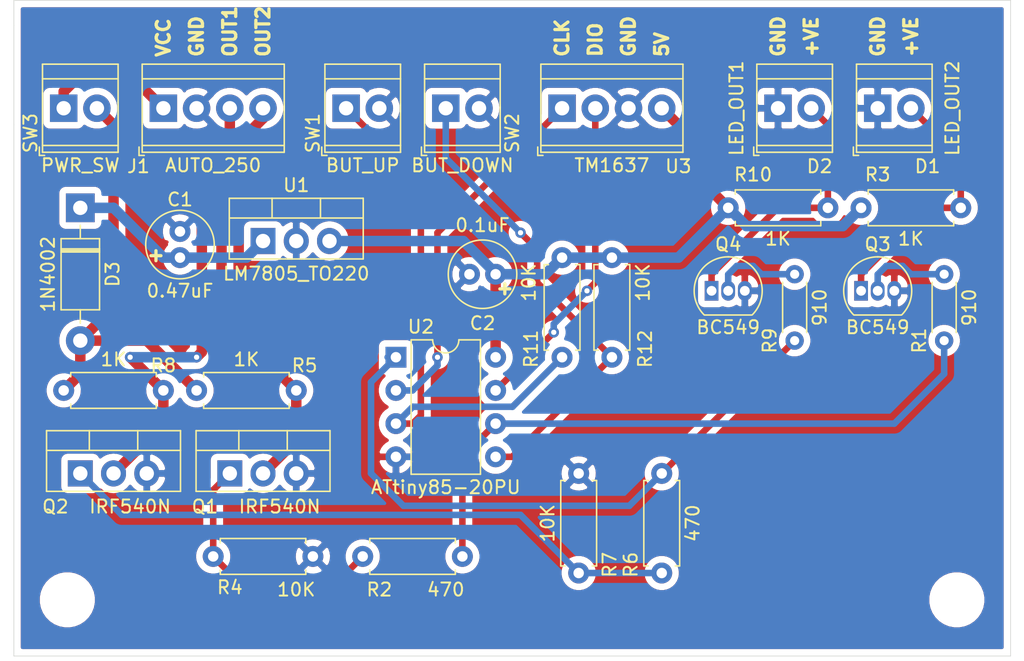
<source format=kicad_pcb>
(kicad_pcb (version 20171130) (host pcbnew 5.1.6-c6e7f7d~87~ubuntu18.04.1)
  (layers (0 F.Cu signal) (31 B.Cu signal) (34 B.Paste user) (35 F.Paste user) (36 B.SilkS user) (37 F.SilkS user) (38 B.Mask user) (39 F.Mask user) (44 Edge.Cuts user))
  (net 0 "")
  (net 1 GND)
  (net 2 +12V)
  (net 3 +5V)
  (net 4 "Net-(D1-Pad2)")
  (net 5 "Net-(D2-Pad2)")
  (net 6 OUT1)
  (net 7 OUT2)
  (net 8 "Net-(Q1-Pad1)")
  (net 9 "Net-(Q2-Pad1)")
  (net 10 DIO)
  (net 11 CLK)
  (net 12 "Net-(Q3-Pad2)")
  (net 13 "Net-(Q4-Pad2)")
  (net 14 OUT2_IO)
  (net 15 OUT1_IO)
  (net 16 BUTTON_UP)
  (net 17 BUTTON_DOWN)
  (net 18 "Net-(C1-Pad1)")
  (net 19 VCC)
  (module TerminalBlock_TE-Connectivity:TerminalBlock_TE_282834-2_1x02_P2.54mm_Horizontal (layer F.Cu) (at 45.72 72.39)
    (fp_text reference SW3 (at -2.54 1.905 90) (layer F.SilkS))
    (fp_text value PWR_SW (at 1.27 4.37) (layer F.SilkS))
    (fp_line (start -1.86 3.61) (end -1.46 3.61) (layer F.SilkS) (width 0.12))
    (fp_line (start -1.86 2.97) (end -1.86 3.61) (layer F.SilkS) (width 0.12))
    (fp_line (start 4.16 -3.37) (end 4.16 3.37) (layer F.SilkS) (width 0.12))
    (fp_line (start -1.62 -3.37) (end -1.62 3.37) (layer F.SilkS) (width 0.12))
    (fp_line (start -1.62 3.37) (end 4.16 3.37) (layer F.SilkS) (width 0.12))
    (fp_line (start -1.62 -3.37) (end 4.16 -3.37) (layer F.SilkS) (width 0.12))
    (fp_line (start -1.62 -2.25) (end 4.16 -2.25) (layer F.SilkS) (width 0.12))
    (fp_line (start -1.62 2.85) (end 4.16 2.85) (layer F.SilkS) (width 0.12))
    (pad 2 thru_hole circle (at 2.54 0) (size 2.1 2.1) (drill 1.1) (layers *.Cu *.Mask) (net 2 +12V))
    (pad 1 thru_hole rect (at 0 0) (size 2.1 2.1) (drill 1.1) (layers *.Cu *.Mask) (net 19 VCC))
  )
  (module TerminalBlock_TE-Connectivity:TerminalBlock_TE_282834-4_1x04_P2.54mm_Horizontal (layer F.Cu) (at 83.82 72.39)
    (fp_text reference U3 (at 8.89 4.445) (layer F.SilkS))
    (fp_text value TM1637 (at 3.81 4.37) (layer F.SilkS))
    (fp_line (start -1.86 3.61) (end -1.46 3.61) (layer F.SilkS) (width 0.12))
    (fp_line (start -1.86 2.97) (end -1.86 3.61) (layer F.SilkS) (width 0.12))
    (fp_line (start 9.241 -3.37) (end 9.241 3.37) (layer F.SilkS) (width 0.12))
    (fp_line (start -1.62 -3.37) (end -1.62 3.37) (layer F.SilkS) (width 0.12))
    (fp_line (start -1.62 3.37) (end 9.241 3.37) (layer F.SilkS) (width 0.12))
    (fp_line (start -1.62 -3.37) (end 9.241 -3.37) (layer F.SilkS) (width 0.12))
    (fp_line (start -1.62 -2.25) (end 9.241 -2.25) (layer F.SilkS) (width 0.12))
    (fp_line (start -1.62 2.85) (end 9.241 2.85) (layer F.SilkS) (width 0.12))
    (pad 4 thru_hole circle (at 7.62 0) (size 2.1 2.1) (drill 1.1) (layers *.Cu *.Mask) (net 3 +5V))
    (pad 3 thru_hole circle (at 5.08 0) (size 2.1 2.1) (drill 1.1) (layers *.Cu *.Mask) (net 1 GND))
    (pad 2 thru_hole circle (at 2.54 0) (size 2.1 2.1) (drill 1.1) (layers *.Cu *.Mask) (net 10 DIO))
    (pad 1 thru_hole rect (at 0 0) (size 2.1 2.1) (drill 1.1) (layers *.Cu *.Mask) (net 11 CLK))
  )
  (module Package_DIP:DIP-8_W7.62mm (layer F.Cu) (at 71.12 91.44)
    (fp_text reference U2 (at 1.905 -2.33) (layer F.SilkS))
    (fp_text value ATtiny85-20PU (at 3.81 9.95) (layer F.SilkS))
    (fp_line (start 6.46 -1.33) (end 4.81 -1.33) (layer F.SilkS) (width 0.12))
    (fp_line (start 6.46 8.95) (end 6.46 -1.33) (layer F.SilkS) (width 0.12))
    (fp_line (start 1.16 8.95) (end 6.46 8.95) (layer F.SilkS) (width 0.12))
    (fp_line (start 1.16 -1.33) (end 1.16 8.95) (layer F.SilkS) (width 0.12))
    (fp_line (start 2.81 -1.33) (end 1.16 -1.33) (layer F.SilkS) (width 0.12))
    (fp_arc (start 3.81 -1.33) (end 2.81 -1.33) (angle -180) (layer F.SilkS) (width 0.12))
    (pad 8 thru_hole oval (at 7.62 0) (size 1.6 1.6) (drill 0.8) (layers *.Cu *.Mask) (net 3 +5V))
    (pad 4 thru_hole oval (at 0 7.62) (size 1.6 1.6) (drill 0.8) (layers *.Cu *.Mask) (net 1 GND))
    (pad 7 thru_hole oval (at 7.62 2.54) (size 1.6 1.6) (drill 0.8) (layers *.Cu *.Mask) (net 10 DIO))
    (pad 3 thru_hole oval (at 0 5.08) (size 1.6 1.6) (drill 0.8) (layers *.Cu *.Mask) (net 16 BUTTON_UP))
    (pad 6 thru_hole oval (at 7.62 5.08) (size 1.6 1.6) (drill 0.8) (layers *.Cu *.Mask) (net 14 OUT2_IO))
    (pad 2 thru_hole oval (at 0 2.54) (size 1.6 1.6) (drill 0.8) (layers *.Cu *.Mask) (net 11 CLK))
    (pad 5 thru_hole oval (at 7.62 7.62) (size 1.6 1.6) (drill 0.8) (layers *.Cu *.Mask) (net 17 BUTTON_DOWN))
    (pad 1 thru_hole rect (at 0 0) (size 1.6 1.6) (drill 0.8) (layers *.Cu *.Mask) (net 15 OUT1_IO))
  )
  (module Package_TO_SOT_THT:TO-220-3_Vertical (layer F.Cu) (at 60.96 82.55)
    (fp_text reference U1 (at 2.54 -4.27) (layer F.SilkS))
    (fp_text value LM7805_TO220 (at 2.54 2.5) (layer F.SilkS))
    (fp_line (start 4.391 -3.27) (end 4.391 -1.76) (layer F.SilkS) (width 0.12))
    (fp_line (start 0.69 -3.27) (end 0.69 -1.76) (layer F.SilkS) (width 0.12))
    (fp_line (start -2.58 -1.76) (end 7.66 -1.76) (layer F.SilkS) (width 0.12))
    (fp_line (start 7.66 -3.27) (end 7.66 1.371) (layer F.SilkS) (width 0.12))
    (fp_line (start -2.58 -3.27) (end -2.58 1.371) (layer F.SilkS) (width 0.12))
    (fp_line (start -2.58 1.371) (end 7.66 1.371) (layer F.SilkS) (width 0.12))
    (fp_line (start -2.58 -3.27) (end 7.66 -3.27) (layer F.SilkS) (width 0.12))
    (pad 3 thru_hole oval (at 5.08 0) (size 1.905 2) (drill 1.1) (layers *.Cu *.Mask) (net 3 +5V))
    (pad 2 thru_hole oval (at 2.54 0) (size 1.905 2) (drill 1.1) (layers *.Cu *.Mask) (net 1 GND))
    (pad 1 thru_hole rect (at 0 0) (size 1.905 2) (drill 1.1) (layers *.Cu *.Mask) (net 18 "Net-(C1-Pad1)"))
  )
  (module TerminalBlock_TE-Connectivity:TerminalBlock_TE_282834-2_1x02_P2.54mm_Horizontal (layer F.Cu) (at 74.93 72.39)
    (fp_text reference SW2 (at 5.08 1.905 270) (layer F.SilkS))
    (fp_text value BUT_DOWN (at 1.27 4.37) (layer F.SilkS))
    (fp_line (start -1.86 3.61) (end -1.46 3.61) (layer F.SilkS) (width 0.12))
    (fp_line (start -1.86 2.97) (end -1.86 3.61) (layer F.SilkS) (width 0.12))
    (fp_line (start 4.16 -3.37) (end 4.16 3.37) (layer F.SilkS) (width 0.12))
    (fp_line (start -1.62 -3.37) (end -1.62 3.37) (layer F.SilkS) (width 0.12))
    (fp_line (start -1.62 3.37) (end 4.16 3.37) (layer F.SilkS) (width 0.12))
    (fp_line (start -1.62 -3.37) (end 4.16 -3.37) (layer F.SilkS) (width 0.12))
    (fp_line (start -1.62 -2.25) (end 4.16 -2.25) (layer F.SilkS) (width 0.12))
    (fp_line (start -1.62 2.85) (end 4.16 2.85) (layer F.SilkS) (width 0.12))
    (pad 2 thru_hole circle (at 2.54 0) (size 2.1 2.1) (drill 1.1) (layers *.Cu *.Mask) (net 1 GND))
    (pad 1 thru_hole rect (at 0 0) (size 2.1 2.1) (drill 1.1) (layers *.Cu *.Mask) (net 17 BUTTON_DOWN))
  )
  (module TerminalBlock_TE-Connectivity:TerminalBlock_TE_282834-2_1x02_P2.54mm_Horizontal (layer F.Cu) (at 67.31 72.39)
    (fp_text reference SW1 (at -2.54 1.905 90) (layer F.SilkS))
    (fp_text value BUT_UP (at 1.27 4.37) (layer F.SilkS))
    (fp_line (start -1.86 3.61) (end -1.46 3.61) (layer F.SilkS) (width 0.12))
    (fp_line (start -1.86 2.97) (end -1.86 3.61) (layer F.SilkS) (width 0.12))
    (fp_line (start 4.16 -3.37) (end 4.16 3.37) (layer F.SilkS) (width 0.12))
    (fp_line (start -1.62 -3.37) (end -1.62 3.37) (layer F.SilkS) (width 0.12))
    (fp_line (start -1.62 3.37) (end 4.16 3.37) (layer F.SilkS) (width 0.12))
    (fp_line (start -1.62 -3.37) (end 4.16 -3.37) (layer F.SilkS) (width 0.12))
    (fp_line (start -1.62 -2.25) (end 4.16 -2.25) (layer F.SilkS) (width 0.12))
    (fp_line (start -1.62 2.85) (end 4.16 2.85) (layer F.SilkS) (width 0.12))
    (pad 2 thru_hole circle (at 2.54 0) (size 2.1 2.1) (drill 1.1) (layers *.Cu *.Mask) (net 1 GND))
    (pad 1 thru_hole rect (at 0 0) (size 2.1 2.1) (drill 1.1) (layers *.Cu *.Mask) (net 16 BUTTON_UP))
  )
  (module Resistor_THT:R_Axial_DIN0207_L6.3mm_D2.5mm_P7.62mm_Horizontal (layer F.Cu) (at 87.63 91.44 90)
    (fp_text reference R12 (at 0.635 2.54 90) (layer F.SilkS))
    (fp_text value 10K (at 5.715 2.37 90) (layer F.SilkS))
    (fp_line (start 7.08 1.37) (end 7.08 1.04) (layer F.SilkS) (width 0.12))
    (fp_line (start 0.54 1.37) (end 7.08 1.37) (layer F.SilkS) (width 0.12))
    (fp_line (start 0.54 1.04) (end 0.54 1.37) (layer F.SilkS) (width 0.12))
    (fp_line (start 7.08 -1.37) (end 7.08 -1.04) (layer F.SilkS) (width 0.12))
    (fp_line (start 0.54 -1.37) (end 7.08 -1.37) (layer F.SilkS) (width 0.12))
    (fp_line (start 0.54 -1.04) (end 0.54 -1.37) (layer F.SilkS) (width 0.12))
    (pad 2 thru_hole oval (at 7.62 0 90) (size 1.6 1.6) (drill 0.8) (layers *.Cu *.Mask) (net 3 +5V))
    (pad 1 thru_hole circle (at 0 0 90) (size 1.6 1.6) (drill 0.8) (layers *.Cu *.Mask) (net 17 BUTTON_DOWN))
  )
  (module Resistor_THT:R_Axial_DIN0207_L6.3mm_D2.5mm_P7.62mm_Horizontal (layer F.Cu) (at 83.82 91.44 90)
    (fp_text reference R11 (at 0.635 -2.37 90) (layer F.SilkS))
    (fp_text value 10K (at 5.715 -2.54 90) (layer F.SilkS))
    (fp_line (start 7.08 1.37) (end 7.08 1.04) (layer F.SilkS) (width 0.12))
    (fp_line (start 0.54 1.37) (end 7.08 1.37) (layer F.SilkS) (width 0.12))
    (fp_line (start 0.54 1.04) (end 0.54 1.37) (layer F.SilkS) (width 0.12))
    (fp_line (start 7.08 -1.37) (end 7.08 -1.04) (layer F.SilkS) (width 0.12))
    (fp_line (start 0.54 -1.37) (end 7.08 -1.37) (layer F.SilkS) (width 0.12))
    (fp_line (start 0.54 -1.04) (end 0.54 -1.37) (layer F.SilkS) (width 0.12))
    (pad 2 thru_hole oval (at 7.62 0 90) (size 1.6 1.6) (drill 0.8) (layers *.Cu *.Mask) (net 3 +5V))
    (pad 1 thru_hole circle (at 0 0 90) (size 1.6 1.6) (drill 0.8) (layers *.Cu *.Mask) (net 16 BUTTON_UP))
  )
  (module Resistor_THT:R_Axial_DIN0207_L6.3mm_D2.5mm_P7.62mm_Horizontal (layer F.Cu) (at 96.52 80.01)
    (fp_text reference R10 (at 1.905 -2.54) (layer F.SilkS))
    (fp_text value 1K (at 3.81 2.37) (layer F.SilkS))
    (fp_line (start 7.08 1.37) (end 7.08 1.04) (layer F.SilkS) (width 0.12))
    (fp_line (start 0.54 1.37) (end 7.08 1.37) (layer F.SilkS) (width 0.12))
    (fp_line (start 0.54 1.04) (end 0.54 1.37) (layer F.SilkS) (width 0.12))
    (fp_line (start 7.08 -1.37) (end 7.08 -1.04) (layer F.SilkS) (width 0.12))
    (fp_line (start 0.54 -1.37) (end 7.08 -1.37) (layer F.SilkS) (width 0.12))
    (fp_line (start 0.54 -1.04) (end 0.54 -1.37) (layer F.SilkS) (width 0.12))
    (pad 2 thru_hole oval (at 7.62 0) (size 1.6 1.6) (drill 0.8) (layers *.Cu *.Mask) (net 5 "Net-(D2-Pad2)"))
    (pad 1 thru_hole circle (at 0 0) (size 1.6 1.6) (drill 0.8) (layers *.Cu *.Mask) (net 3 +5V))
  )
  (module Resistor_THT:R_Axial_DIN0204_L3.6mm_D1.6mm_P5.08mm_Horizontal (layer F.Cu) (at 101.6 90.17 90)
    (fp_text reference R9 (at 0 -1.905 90) (layer F.SilkS))
    (fp_text value 910 (at 2.54 1.92 90) (layer F.SilkS))
    (fp_line (start 0.62 0.92) (end 4.46 0.92) (layer F.SilkS) (width 0.12))
    (fp_line (start 0.62 -0.92) (end 4.46 -0.92) (layer F.SilkS) (width 0.12))
    (pad 2 thru_hole oval (at 5.08 0 90) (size 1.4 1.4) (drill 0.7) (layers *.Cu *.Mask) (net 13 "Net-(Q4-Pad2)"))
    (pad 1 thru_hole circle (at 0 0 90) (size 1.4 1.4) (drill 0.7) (layers *.Cu *.Mask) (net 15 OUT1_IO))
  )
  (module Resistor_THT:R_Axial_DIN0207_L6.3mm_D2.5mm_P7.62mm_Horizontal (layer F.Cu) (at 53.34 93.98 180)
    (fp_text reference R8 (at 0 1.905) (layer F.SilkS))
    (fp_text value 1K (at 3.81 2.37) (layer F.SilkS))
    (fp_line (start 7.08 1.37) (end 7.08 1.04) (layer F.SilkS) (width 0.12))
    (fp_line (start 0.54 1.37) (end 7.08 1.37) (layer F.SilkS) (width 0.12))
    (fp_line (start 0.54 1.04) (end 0.54 1.37) (layer F.SilkS) (width 0.12))
    (fp_line (start 7.08 -1.37) (end 7.08 -1.04) (layer F.SilkS) (width 0.12))
    (fp_line (start 0.54 -1.37) (end 7.08 -1.37) (layer F.SilkS) (width 0.12))
    (fp_line (start 0.54 -1.04) (end 0.54 -1.37) (layer F.SilkS) (width 0.12))
    (pad 2 thru_hole oval (at 7.62 0 180) (size 1.6 1.6) (drill 0.8) (layers *.Cu *.Mask) (net 2 +12V))
    (pad 1 thru_hole circle (at 0 0 180) (size 1.6 1.6) (drill 0.8) (layers *.Cu *.Mask) (net 6 OUT1))
  )
  (module Resistor_THT:R_Axial_DIN0207_L6.3mm_D2.5mm_P7.62mm_Horizontal (layer F.Cu) (at 85.09 100.33 270)
    (fp_text reference R7 (at 6.985 -2.37 90) (layer F.SilkS))
    (fp_text value 10K (at 3.81 2.37 90) (layer F.SilkS))
    (fp_line (start 7.08 1.37) (end 7.08 1.04) (layer F.SilkS) (width 0.12))
    (fp_line (start 0.54 1.37) (end 7.08 1.37) (layer F.SilkS) (width 0.12))
    (fp_line (start 0.54 1.04) (end 0.54 1.37) (layer F.SilkS) (width 0.12))
    (fp_line (start 7.08 -1.37) (end 7.08 -1.04) (layer F.SilkS) (width 0.12))
    (fp_line (start 0.54 -1.37) (end 7.08 -1.37) (layer F.SilkS) (width 0.12))
    (fp_line (start 0.54 -1.04) (end 0.54 -1.37) (layer F.SilkS) (width 0.12))
    (pad 2 thru_hole oval (at 7.62 0 270) (size 1.6 1.6) (drill 0.8) (layers *.Cu *.Mask) (net 9 "Net-(Q2-Pad1)"))
    (pad 1 thru_hole circle (at 0 0 270) (size 1.6 1.6) (drill 0.8) (layers *.Cu *.Mask) (net 1 GND))
  )
  (module Resistor_THT:R_Axial_DIN0207_L6.3mm_D2.5mm_P7.62mm_Horizontal (layer F.Cu) (at 91.44 107.95 90)
    (fp_text reference R6 (at 0.635 -2.37 90) (layer F.SilkS))
    (fp_text value 470 (at 3.81 2.37 90) (layer F.SilkS))
    (fp_line (start 7.08 1.37) (end 7.08 1.04) (layer F.SilkS) (width 0.12))
    (fp_line (start 0.54 1.37) (end 7.08 1.37) (layer F.SilkS) (width 0.12))
    (fp_line (start 0.54 1.04) (end 0.54 1.37) (layer F.SilkS) (width 0.12))
    (fp_line (start 7.08 -1.37) (end 7.08 -1.04) (layer F.SilkS) (width 0.12))
    (fp_line (start 0.54 -1.37) (end 7.08 -1.37) (layer F.SilkS) (width 0.12))
    (fp_line (start 0.54 -1.04) (end 0.54 -1.37) (layer F.SilkS) (width 0.12))
    (pad 2 thru_hole oval (at 7.62 0 90) (size 1.6 1.6) (drill 0.8) (layers *.Cu *.Mask) (net 15 OUT1_IO))
    (pad 1 thru_hole circle (at 0 0 90) (size 1.6 1.6) (drill 0.8) (layers *.Cu *.Mask) (net 9 "Net-(Q2-Pad1)"))
  )
  (module Resistor_THT:R_Axial_DIN0207_L6.3mm_D2.5mm_P7.62mm_Horizontal (layer F.Cu) (at 63.5 93.98 180)
    (fp_text reference R5 (at -0.635 1.905) (layer F.SilkS))
    (fp_text value 1K (at 3.81 2.37) (layer F.SilkS))
    (fp_line (start 7.08 1.37) (end 7.08 1.04) (layer F.SilkS) (width 0.12))
    (fp_line (start 0.54 1.37) (end 7.08 1.37) (layer F.SilkS) (width 0.12))
    (fp_line (start 0.54 1.04) (end 0.54 1.37) (layer F.SilkS) (width 0.12))
    (fp_line (start 7.08 -1.37) (end 7.08 -1.04) (layer F.SilkS) (width 0.12))
    (fp_line (start 0.54 -1.37) (end 7.08 -1.37) (layer F.SilkS) (width 0.12))
    (fp_line (start 0.54 -1.04) (end 0.54 -1.37) (layer F.SilkS) (width 0.12))
    (pad 2 thru_hole oval (at 7.62 0 180) (size 1.6 1.6) (drill 0.8) (layers *.Cu *.Mask) (net 2 +12V))
    (pad 1 thru_hole circle (at 0 0 180) (size 1.6 1.6) (drill 0.8) (layers *.Cu *.Mask) (net 7 OUT2))
  )
  (module Resistor_THT:R_Axial_DIN0207_L6.3mm_D2.5mm_P7.62mm_Horizontal (layer F.Cu) (at 64.77 106.68 180)
    (fp_text reference R4 (at 6.35 -2.37) (layer F.SilkS))
    (fp_text value 10K (at 1.27 -2.54) (layer F.SilkS))
    (fp_line (start 7.08 1.37) (end 7.08 1.04) (layer F.SilkS) (width 0.12))
    (fp_line (start 0.54 1.37) (end 7.08 1.37) (layer F.SilkS) (width 0.12))
    (fp_line (start 0.54 1.04) (end 0.54 1.37) (layer F.SilkS) (width 0.12))
    (fp_line (start 7.08 -1.37) (end 7.08 -1.04) (layer F.SilkS) (width 0.12))
    (fp_line (start 0.54 -1.37) (end 7.08 -1.37) (layer F.SilkS) (width 0.12))
    (fp_line (start 0.54 -1.04) (end 0.54 -1.37) (layer F.SilkS) (width 0.12))
    (pad 2 thru_hole oval (at 7.62 0 180) (size 1.6 1.6) (drill 0.8) (layers *.Cu *.Mask) (net 8 "Net-(Q1-Pad1)"))
    (pad 1 thru_hole circle (at 0 0 180) (size 1.6 1.6) (drill 0.8) (layers *.Cu *.Mask) (net 1 GND))
  )
  (module Resistor_THT:R_Axial_DIN0207_L6.3mm_D2.5mm_P7.62mm_Horizontal (layer F.Cu) (at 106.68 80.01)
    (fp_text reference R3 (at 1.27 -2.54) (layer F.SilkS))
    (fp_text value 1K (at 3.81 2.37) (layer F.SilkS))
    (fp_line (start 7.08 1.37) (end 7.08 1.04) (layer F.SilkS) (width 0.12))
    (fp_line (start 0.54 1.37) (end 7.08 1.37) (layer F.SilkS) (width 0.12))
    (fp_line (start 0.54 1.04) (end 0.54 1.37) (layer F.SilkS) (width 0.12))
    (fp_line (start 7.08 -1.37) (end 7.08 -1.04) (layer F.SilkS) (width 0.12))
    (fp_line (start 0.54 -1.37) (end 7.08 -1.37) (layer F.SilkS) (width 0.12))
    (fp_line (start 0.54 -1.04) (end 0.54 -1.37) (layer F.SilkS) (width 0.12))
    (pad 2 thru_hole oval (at 7.62 0) (size 1.6 1.6) (drill 0.8) (layers *.Cu *.Mask) (net 4 "Net-(D1-Pad2)"))
    (pad 1 thru_hole circle (at 0 0) (size 1.6 1.6) (drill 0.8) (layers *.Cu *.Mask) (net 3 +5V))
  )
  (module Resistor_THT:R_Axial_DIN0207_L6.3mm_D2.5mm_P7.62mm_Horizontal (layer F.Cu) (at 68.58 106.68)
    (fp_text reference R2 (at 1.27 2.54) (layer F.SilkS))
    (fp_text value 470 (at 6.35 2.54) (layer F.SilkS))
    (fp_line (start 7.08 1.37) (end 7.08 1.04) (layer F.SilkS) (width 0.12))
    (fp_line (start 0.54 1.37) (end 7.08 1.37) (layer F.SilkS) (width 0.12))
    (fp_line (start 0.54 1.04) (end 0.54 1.37) (layer F.SilkS) (width 0.12))
    (fp_line (start 7.08 -1.37) (end 7.08 -1.04) (layer F.SilkS) (width 0.12))
    (fp_line (start 0.54 -1.37) (end 7.08 -1.37) (layer F.SilkS) (width 0.12))
    (fp_line (start 0.54 -1.04) (end 0.54 -1.37) (layer F.SilkS) (width 0.12))
    (pad 2 thru_hole oval (at 7.62 0) (size 1.6 1.6) (drill 0.8) (layers *.Cu *.Mask) (net 14 OUT2_IO))
    (pad 1 thru_hole circle (at 0 0) (size 1.6 1.6) (drill 0.8) (layers *.Cu *.Mask) (net 8 "Net-(Q1-Pad1)"))
  )
  (module Resistor_THT:R_Axial_DIN0204_L3.6mm_D1.6mm_P5.08mm_Horizontal (layer F.Cu) (at 113.03 90.17 90)
    (fp_text reference R1 (at 0 -1.905 270) (layer F.SilkS))
    (fp_text value 910 (at 2.54 1.92 90) (layer F.SilkS))
    (fp_line (start 0.62 0.92) (end 4.46 0.92) (layer F.SilkS) (width 0.12))
    (fp_line (start 0.62 -0.92) (end 4.46 -0.92) (layer F.SilkS) (width 0.12))
    (pad 2 thru_hole oval (at 5.08 0 90) (size 1.4 1.4) (drill 0.7) (layers *.Cu *.Mask) (net 12 "Net-(Q3-Pad2)"))
    (pad 1 thru_hole circle (at 0 0 90) (size 1.4 1.4) (drill 0.7) (layers *.Cu *.Mask) (net 14 OUT2_IO))
  )
  (module Package_TO_SOT_THT:TO-92_Inline (layer F.Cu) (at 95.25 86.36)
    (fp_text reference Q4 (at 1.27 -3.56) (layer F.SilkS))
    (fp_text value BC549 (at 1.27 2.79) (layer F.SilkS))
    (fp_line (start -0.53 1.85) (end 3.07 1.85) (layer F.SilkS) (width 0.12))
    (fp_arc (start 1.27 0) (end 1.27 -2.6) (angle 135) (layer F.SilkS) (width 0.12))
    (fp_arc (start 1.27 0) (end 1.27 -2.6) (angle -135) (layer F.SilkS) (width 0.12))
    (pad 1 thru_hole rect (at 0 0) (size 1.05 1.5) (drill 0.75) (layers *.Cu *.Mask) (net 5 "Net-(D2-Pad2)"))
    (pad 3 thru_hole oval (at 2.54 0) (size 1.05 1.5) (drill 0.75) (layers *.Cu *.Mask) (net 1 GND))
    (pad 2 thru_hole oval (at 1.27 0) (size 1.05 1.5) (drill 0.75) (layers *.Cu *.Mask) (net 13 "Net-(Q4-Pad2)"))
  )
  (module Package_TO_SOT_THT:TO-92_Inline (layer F.Cu) (at 106.68 86.36)
    (fp_text reference Q3 (at 1.27 -3.56) (layer F.SilkS))
    (fp_text value BC549 (at 1.27 2.79) (layer F.SilkS))
    (fp_line (start -0.53 1.85) (end 3.07 1.85) (layer F.SilkS) (width 0.12))
    (fp_arc (start 1.27 0) (end 1.27 -2.6) (angle 135) (layer F.SilkS) (width 0.12))
    (fp_arc (start 1.27 0) (end 1.27 -2.6) (angle -135) (layer F.SilkS) (width 0.12))
    (pad 1 thru_hole rect (at 0 0) (size 1.05 1.5) (drill 0.75) (layers *.Cu *.Mask) (net 4 "Net-(D1-Pad2)"))
    (pad 3 thru_hole oval (at 2.54 0) (size 1.05 1.5) (drill 0.75) (layers *.Cu *.Mask) (net 1 GND))
    (pad 2 thru_hole oval (at 1.27 0) (size 1.05 1.5) (drill 0.75) (layers *.Cu *.Mask) (net 12 "Net-(Q3-Pad2)"))
  )
  (module Package_TO_SOT_THT:TO-220-3_Vertical (layer F.Cu) (at 46.99 100.33)
    (fp_text reference Q2 (at -1.905 2.54) (layer F.SilkS))
    (fp_text value IRF540N (at 3.81 2.54) (layer F.SilkS))
    (fp_line (start 4.391 -3.27) (end 4.391 -1.76) (layer F.SilkS) (width 0.12))
    (fp_line (start 0.69 -3.27) (end 0.69 -1.76) (layer F.SilkS) (width 0.12))
    (fp_line (start -2.58 -1.76) (end 7.66 -1.76) (layer F.SilkS) (width 0.12))
    (fp_line (start 7.66 -3.27) (end 7.66 1.371) (layer F.SilkS) (width 0.12))
    (fp_line (start -2.58 -3.27) (end -2.58 1.371) (layer F.SilkS) (width 0.12))
    (fp_line (start -2.58 1.371) (end 7.66 1.371) (layer F.SilkS) (width 0.12))
    (fp_line (start -2.58 -3.27) (end 7.66 -3.27) (layer F.SilkS) (width 0.12))
    (pad 3 thru_hole oval (at 5.08 0) (size 1.905 2) (drill 1.1) (layers *.Cu *.Mask) (net 1 GND))
    (pad 2 thru_hole oval (at 2.54 0) (size 1.905 2) (drill 1.1) (layers *.Cu *.Mask) (net 6 OUT1))
    (pad 1 thru_hole rect (at 0 0) (size 1.905 2) (drill 1.1) (layers *.Cu *.Mask) (net 9 "Net-(Q2-Pad1)"))
  )
  (module Package_TO_SOT_THT:TO-220-3_Vertical (layer F.Cu) (at 58.42 100.33)
    (fp_text reference Q1 (at -1.905 2.54) (layer F.SilkS))
    (fp_text value IRF540N (at 3.81 2.54) (layer F.SilkS))
    (fp_line (start 4.391 -3.27) (end 4.391 -1.76) (layer F.SilkS) (width 0.12))
    (fp_line (start 0.69 -3.27) (end 0.69 -1.76) (layer F.SilkS) (width 0.12))
    (fp_line (start -2.58 -1.76) (end 7.66 -1.76) (layer F.SilkS) (width 0.12))
    (fp_line (start 7.66 -3.27) (end 7.66 1.371) (layer F.SilkS) (width 0.12))
    (fp_line (start -2.58 -3.27) (end -2.58 1.371) (layer F.SilkS) (width 0.12))
    (fp_line (start -2.58 1.371) (end 7.66 1.371) (layer F.SilkS) (width 0.12))
    (fp_line (start -2.58 -3.27) (end 7.66 -3.27) (layer F.SilkS) (width 0.12))
    (pad 3 thru_hole oval (at 5.08 0) (size 1.905 2) (drill 1.1) (layers *.Cu *.Mask) (net 1 GND))
    (pad 2 thru_hole oval (at 2.54 0) (size 1.905 2) (drill 1.1) (layers *.Cu *.Mask) (net 7 OUT2))
    (pad 1 thru_hole rect (at 0 0) (size 1.905 2) (drill 1.1) (layers *.Cu *.Mask) (net 8 "Net-(Q1-Pad1)"))
  )
  (module TerminalBlock_TE-Connectivity:TerminalBlock_TE_282834-4_1x04_P2.54mm_Horizontal (layer F.Cu) (at 53.34 72.39)
    (fp_text reference J1 (at -1.905 4.445) (layer F.SilkS))
    (fp_text value AUTO_250 (at 3.81 4.37) (layer F.SilkS))
    (fp_line (start -1.86 3.61) (end -1.46 3.61) (layer F.SilkS) (width 0.12))
    (fp_line (start -1.86 2.97) (end -1.86 3.61) (layer F.SilkS) (width 0.12))
    (fp_line (start 9.241 -3.37) (end 9.241 3.37) (layer F.SilkS) (width 0.12))
    (fp_line (start -1.62 -3.37) (end -1.62 3.37) (layer F.SilkS) (width 0.12))
    (fp_line (start -1.62 3.37) (end 9.241 3.37) (layer F.SilkS) (width 0.12))
    (fp_line (start -1.62 -3.37) (end 9.241 -3.37) (layer F.SilkS) (width 0.12))
    (fp_line (start -1.62 -2.25) (end 9.241 -2.25) (layer F.SilkS) (width 0.12))
    (fp_line (start -1.62 2.85) (end 9.241 2.85) (layer F.SilkS) (width 0.12))
    (pad 4 thru_hole circle (at 7.62 0) (size 2.1 2.1) (drill 1.1) (layers *.Cu *.Mask) (net 7 OUT2))
    (pad 3 thru_hole circle (at 5.08 0) (size 2.1 2.1) (drill 1.1) (layers *.Cu *.Mask) (net 6 OUT1))
    (pad 2 thru_hole circle (at 2.54 0) (size 2.1 2.1) (drill 1.1) (layers *.Cu *.Mask) (net 1 GND))
    (pad 1 thru_hole rect (at 0 0) (size 2.1 2.1) (drill 1.1) (layers *.Cu *.Mask) (net 19 VCC))
  )
  (module MountingHole:MountingHole_3.2mm_M3_ISO7380 (layer F.Cu) (at 114 110)
    (fp_text reference H2 hide)
    (fp_text value MountingHole)
    (pad 1 np_thru_hole circle (at 0 0) (size 3.2 3.2) (drill 3.2) (layers *.Cu *.Mask))
  )
  (module MountingHole:MountingHole_3.2mm_M3_ISO7380 (layer F.Cu) (at 46 110)
    (fp_text reference H1 hide)
    (fp_text value MountingHole)
    (pad 1 np_thru_hole circle (at 0 0) (size 3.2 3.2) (drill 3.2) (layers *.Cu *.Mask))
  )
  (module Diode_THT:D_DO-41_SOD81_P10.16mm_Horizontal (layer F.Cu) (at 46.99 80.01 270)
    (fp_text reference D3 (at 5.08 -2.47 90) (layer F.SilkS))
    (fp_text value 1N4002 (at 5.08 2.47 90) (layer F.SilkS))
    (fp_line (start 3.14 -1.47) (end 3.14 1.47) (layer F.SilkS) (width 0.12))
    (fp_line (start 3.38 -1.47) (end 3.38 1.47) (layer F.SilkS) (width 0.12))
    (fp_line (start 3.26 -1.47) (end 3.26 1.47) (layer F.SilkS) (width 0.12))
    (fp_line (start 8.82 0) (end 7.8 0) (layer F.SilkS) (width 0.12))
    (fp_line (start 1.34 0) (end 2.36 0) (layer F.SilkS) (width 0.12))
    (fp_line (start 7.8 -1.47) (end 2.36 -1.47) (layer F.SilkS) (width 0.12))
    (fp_line (start 7.8 1.47) (end 7.8 -1.47) (layer F.SilkS) (width 0.12))
    (fp_line (start 2.36 1.47) (end 7.8 1.47) (layer F.SilkS) (width 0.12))
    (fp_line (start 2.36 -1.47) (end 2.36 1.47) (layer F.SilkS) (width 0.12))
    (pad 2 thru_hole oval (at 10.16 0 270) (size 2.2 2.2) (drill 1.1) (layers *.Cu *.Mask) (net 2 +12V))
    (pad 1 thru_hole rect (at 0 0 270) (size 2.2 2.2) (drill 1.1) (layers *.Cu *.Mask) (net 18 "Net-(C1-Pad1)"))
  )
  (module TerminalBlock_TE-Connectivity:TerminalBlock_TE_282834-2_1x02_P2.54mm_Horizontal (layer F.Cu) (at 100.33 72.39)
    (fp_text reference D2 (at 3.175 4.445) (layer F.SilkS))
    (fp_text value LED_OUT1 (at -3.175 0 90) (layer F.SilkS))
    (fp_line (start -1.86 3.61) (end -1.46 3.61) (layer F.SilkS) (width 0.12))
    (fp_line (start -1.86 2.97) (end -1.86 3.61) (layer F.SilkS) (width 0.12))
    (fp_line (start 4.16 -3.37) (end 4.16 3.37) (layer F.SilkS) (width 0.12))
    (fp_line (start -1.62 -3.37) (end -1.62 3.37) (layer F.SilkS) (width 0.12))
    (fp_line (start -1.62 3.37) (end 4.16 3.37) (layer F.SilkS) (width 0.12))
    (fp_line (start -1.62 -3.37) (end 4.16 -3.37) (layer F.SilkS) (width 0.12))
    (fp_line (start -1.62 -2.25) (end 4.16 -2.25) (layer F.SilkS) (width 0.12))
    (fp_line (start -1.62 2.85) (end 4.16 2.85) (layer F.SilkS) (width 0.12))
    (pad 2 thru_hole circle (at 2.54 0) (size 2.1 2.1) (drill 1.1) (layers *.Cu *.Mask) (net 5 "Net-(D2-Pad2)"))
    (pad 1 thru_hole rect (at 0 0) (size 2.1 2.1) (drill 1.1) (layers *.Cu *.Mask) (net 1 GND))
  )
  (module TerminalBlock_TE-Connectivity:TerminalBlock_TE_282834-2_1x02_P2.54mm_Horizontal (layer F.Cu) (at 107.95 72.39)
    (fp_text reference D1 (at 3.81 4.445) (layer F.SilkS))
    (fp_text value LED_OUT2 (at 5.715 0 90) (layer F.SilkS))
    (fp_line (start -1.86 3.61) (end -1.46 3.61) (layer F.SilkS) (width 0.12))
    (fp_line (start -1.86 2.97) (end -1.86 3.61) (layer F.SilkS) (width 0.12))
    (fp_line (start 4.16 -3.37) (end 4.16 3.37) (layer F.SilkS) (width 0.12))
    (fp_line (start -1.62 -3.37) (end -1.62 3.37) (layer F.SilkS) (width 0.12))
    (fp_line (start -1.62 3.37) (end 4.16 3.37) (layer F.SilkS) (width 0.12))
    (fp_line (start -1.62 -3.37) (end 4.16 -3.37) (layer F.SilkS) (width 0.12))
    (fp_line (start -1.62 -2.25) (end 4.16 -2.25) (layer F.SilkS) (width 0.12))
    (fp_line (start -1.62 2.85) (end 4.16 2.85) (layer F.SilkS) (width 0.12))
    (pad 2 thru_hole circle (at 2.54 0) (size 2.1 2.1) (drill 1.1) (layers *.Cu *.Mask) (net 4 "Net-(D1-Pad2)"))
    (pad 1 thru_hole rect (at 0 0) (size 2.1 2.1) (drill 1.1) (layers *.Cu *.Mask) (net 1 GND))
  )
  (module Capacitor_THT:C_Radial_D5.0mm_H11.0mm_P2.00mm (layer F.Cu) (at 78.74 85.09 180)
    (fp_text reference C2 (at 1 -3.75) (layer F.SilkS))
    (fp_text value 0.1uF (at 1 3.75) (layer F.SilkS))
    (fp_circle (center 1 0) (end 3.62 0) (layer F.SilkS) (width 0.12))
    (pad 2 thru_hole circle (at 2 0 180) (size 1.6 1.6) (drill 0.8) (layers *.Cu *.Mask) (net 1 GND))
    (pad 1 thru_hole circle (at 0 0 180) (size 1.6 1.6) (drill 0.8) (layers *.Cu *.Mask) (net 3 +5V))
  )
  (module Capacitor_THT:C_Radial_D5.0mm_H11.0mm_P2.00mm (layer F.Cu) (at 54.61 83.82 90)
    (fp_text reference C1 (at 4.445 0 180) (layer F.SilkS))
    (fp_text value 0.47uF (at -2.54 0 180) (layer F.SilkS))
    (fp_circle (center 1 0) (end 3.62 0) (layer F.SilkS) (width 0.12))
    (pad 2 thru_hole circle (at 2 0 90) (size 1.6 1.6) (drill 0.8) (layers *.Cu *.Mask) (net 1 GND))
    (pad 1 thru_hole circle (at 0 0 90) (size 1.6 1.6) (drill 0.8) (layers *.Cu *.Mask) (net 18 "Net-(C1-Pad1)"))
  )
  (gr_text + (at 79.375 86.995 90) (layer F.SilkS) (effects (font (size 1 1) (thickness 0.25)) (justify left)))
  (gr_text + (at 52.705 84.455 90) (layer F.SilkS) (effects (font (size 1 1) (thickness 0.25)) (justify left)))
  (gr_line (start 118.11 64.135) (end 118.11 66.04) (layer Edge.Cuts) (width 0.05))
  (gr_line (start 41.91 64.135) (end 118.11 64.135) (layer Edge.Cuts) (width 0.05))
  (gr_line (start 41.91 66.04) (end 41.91 64.135) (layer Edge.Cuts) (width 0.05))
  (gr_text +VE (at 110.49 68.58 90) (layer F.SilkS) (effects (font (size 1 1) (thickness 0.25)) (justify left)))
  (gr_text GND (at 107.95 68.58 90) (layer F.SilkS) (effects (font (size 1 1) (thickness 0.25)) (justify left)))
  (gr_text +VE (at 102.87 68.58 90) (layer F.SilkS) (effects (font (size 1 1) (thickness 0.25)) (justify left)))
  (gr_text GND (at 100.33 68.58 90) (layer F.SilkS) (effects (font (size 1 1) (thickness 0.25)) (justify left)))
  (gr_text 5V (at 91.44 68.58 90) (layer F.SilkS) (effects (font (size 1 1) (thickness 0.25)) (justify left)))
  (gr_text GND (at 88.9 68.58 90) (layer F.SilkS) (effects (font (size 1 1) (thickness 0.25)) (justify left)))
  (gr_text DIO (at 86.36 68.58 90) (layer F.SilkS) (effects (font (size 1 1) (thickness 0.25)) (justify left)))
  (gr_text CLK (at 83.82 68.58 90) (layer F.SilkS) (effects (font (size 1 1) (thickness 0.25)) (justify left)))
  (gr_text OUT2 (at 60.96 68.58 90) (layer F.SilkS) (effects (font (size 1 1) (thickness 0.25)) (justify left)))
  (gr_text OUT1 (at 58.42 68.58 90) (layer F.SilkS) (effects (font (size 1 1) (thickness 0.25)) (justify left)))
  (gr_text GND (at 55.88 68.58 90) (layer F.SilkS) (effects (font (size 1 1) (thickness 0.25)) (justify left)))
  (gr_text VCC (at 53.34 68.58 90) (layer F.SilkS) (effects (font (size 1 1) (thickness 0.25)) (justify left)))
  (gr_line (start 118.11 73.66) (end 118.11 66.04) (layer Edge.Cuts) (width 0.05))
  (gr_line (start 41.91 73.66) (end 41.91 66.04) (layer Edge.Cuts) (width 0.05))
  (gr_line (start 118.11 114.3) (end 41.91 114.3) (layer Edge.Cuts) (width 0.05))
  (gr_line (start 118.11 73.66) (end 118.11 114.3) (layer Edge.Cuts) (width 0.05))
  (gr_line (start 41.91 114.3) (end 41.91 73.66) (layer Edge.Cuts) (width 0.05))
  (segment (start 48.26 72.39) (end 49.53 73.66) (width 0.8) (layer F.Cu) (net 2))
  (segment (start 49.53 87.63) (end 46.99 90.17) (width 0.8) (layer F.Cu) (net 2))
  (segment (start 49.53 73.66) (end 49.53 87.63) (width 0.8) (layer F.Cu) (net 2))
  (segment (start 46.99 92.71) (end 45.72 93.98) (width 0.8) (layer F.Cu) (net 2))
  (segment (start 46.99 90.17) (end 46.99 92.71) (width 0.8) (layer F.Cu) (net 2))
  (segment (start 52.07 90.17) (end 46.99 90.17) (width 0.8) (layer F.Cu) (net 2))
  (segment (start 55.88 93.98) (end 52.07 90.17) (width 0.8) (layer F.Cu) (net 2))
  (segment (start 78.74 85.017998) (end 78.74 85.09) (width 0.8) (layer B.Cu) (net 3))
  (segment (start 76.272002 82.55) (end 78.74 85.017998) (width 0.8) (layer B.Cu) (net 3))
  (segment (start 66.04 82.55) (end 76.272002 82.55) (width 0.8) (layer B.Cu) (net 3))
  (segment (start 82.55 85.09) (end 83.82 83.82) (width 0.8) (layer B.Cu) (net 3))
  (segment (start 78.74 85.09) (end 82.55 85.09) (width 0.8) (layer B.Cu) (net 3))
  (segment (start 83.82 83.82) (end 87.63 83.82) (width 0.8) (layer B.Cu) (net 3))
  (segment (start 92.71 83.82) (end 96.52 80.01) (width 0.8) (layer B.Cu) (net 3))
  (segment (start 87.63 83.82) (end 92.71 83.82) (width 0.8) (layer B.Cu) (net 3))
  (segment (start 105.279999 81.410001) (end 106.68 80.01) (width 0.8) (layer B.Cu) (net 3))
  (segment (start 97.920001 81.410001) (end 105.279999 81.410001) (width 0.8) (layer B.Cu) (net 3))
  (segment (start 96.52 80.01) (end 97.920001 81.410001) (width 0.8) (layer B.Cu) (net 3))
  (segment (start 91.44 72.39) (end 95.25 76.2) (width 0.8) (layer F.Cu) (net 3))
  (segment (start 95.25 78.74) (end 96.52 80.01) (width 0.8) (layer F.Cu) (net 3))
  (segment (start 95.25 76.2) (end 95.25 78.74) (width 0.8) (layer F.Cu) (net 3))
  (segment (start 78.74 91.44) (end 78.74 85.09) (width 0.8) (layer F.Cu) (net 3))
  (segment (start 106.68 86.36) (end 106.68 85.09) (width 0.5) (layer F.Cu) (net 4))
  (segment (start 111.76 80.01) (end 114.3 80.01) (width 0.5) (layer F.Cu) (net 4))
  (segment (start 106.68 85.09) (end 111.76 80.01) (width 0.5) (layer F.Cu) (net 4))
  (segment (start 114.3 76.2) (end 110.49 72.39) (width 0.5) (layer F.Cu) (net 4))
  (segment (start 114.3 80.01) (end 114.3 76.2) (width 0.5) (layer F.Cu) (net 4))
  (segment (start 95.25 86.36) (end 95.25 85.09) (width 0.5) (layer F.Cu) (net 5))
  (segment (start 100.33 80.01) (end 104.14 80.01) (width 0.5) (layer F.Cu) (net 5))
  (segment (start 95.25 85.09) (end 100.33 80.01) (width 0.5) (layer F.Cu) (net 5))
  (segment (start 104.14 73.66) (end 102.87 72.39) (width 0.5) (layer F.Cu) (net 5))
  (segment (start 104.14 80.01) (end 104.14 73.66) (width 0.5) (layer F.Cu) (net 5))
  (segment (start 53.34 96.52) (end 49.53 100.33) (width 0.8) (layer F.Cu) (net 6))
  (segment (start 53.34 93.98) (end 53.34 96.52) (width 0.8) (layer F.Cu) (net 6))
  (via (at 50.8 91.44) (size 0.8) (drill 0.4) (layers F.Cu B.Cu) (net 6))
  (segment (start 53.34 93.98) (end 50.8 91.44) (width 0.8) (layer F.Cu) (net 6))
  (via (at 55.88 91.44) (size 0.8) (drill 0.4) (layers F.Cu B.Cu) (net 6))
  (segment (start 50.8 91.44) (end 55.88 91.44) (width 0.8) (layer B.Cu) (net 6))
  (segment (start 56.279999 91.040001) (end 56.279999 76.435001) (width 0.8) (layer F.Cu) (net 6))
  (segment (start 55.88 91.44) (end 56.279999 91.040001) (width 0.8) (layer F.Cu) (net 6))
  (segment (start 58.42 74.295) (end 58.42 72.39) (width 0.8) (layer F.Cu) (net 6))
  (segment (start 56.279999 76.435001) (end 58.42 74.295) (width 0.8) (layer F.Cu) (net 6))
  (segment (start 63.5 97.79) (end 60.96 100.33) (width 0.8) (layer F.Cu) (net 7))
  (segment (start 63.5 93.98) (end 63.5 97.79) (width 0.8) (layer F.Cu) (net 7))
  (segment (start 57.785 76.344226) (end 60.96 73.169226) (width 0.8) (layer F.Cu) (net 7))
  (segment (start 60.96 73.169226) (end 60.96 72.39) (width 0.8) (layer F.Cu) (net 7))
  (segment (start 57.785 88.265) (end 57.785 76.344226) (width 0.8) (layer F.Cu) (net 7))
  (segment (start 63.5 93.98) (end 57.785 88.265) (width 0.8) (layer F.Cu) (net 7))
  (segment (start 57.15 101.6) (end 58.42 100.33) (width 0.5) (layer F.Cu) (net 8))
  (segment (start 57.15 106.68) (end 57.15 101.6) (width 0.5) (layer F.Cu) (net 8))
  (segment (start 57.15 106.68) (end 59.055 108.585) (width 0.5) (layer F.Cu) (net 8))
  (segment (start 66.675 108.585) (end 68.58 106.68) (width 0.5) (layer F.Cu) (net 8))
  (segment (start 59.055 108.585) (end 66.675 108.585) (width 0.5) (layer F.Cu) (net 8))
  (segment (start 46.99 100.33) (end 50.165 103.505) (width 0.5) (layer B.Cu) (net 9))
  (segment (start 80.645 103.505) (end 85.09 107.95) (width 0.5) (layer B.Cu) (net 9))
  (segment (start 50.165 103.505) (end 80.645 103.505) (width 0.5) (layer B.Cu) (net 9))
  (segment (start 85.09 107.95) (end 91.44 107.95) (width 0.5) (layer B.Cu) (net 9))
  (via (at 83.185 89.535) (size 0.8) (drill 0.4) (layers F.Cu B.Cu) (net 10))
  (segment (start 78.74 93.98) (end 83.185 89.535) (width 0.5) (layer F.Cu) (net 10))
  (via (at 85.725 86.36) (size 0.8) (drill 0.4) (layers F.Cu B.Cu) (net 10))
  (segment (start 83.185 89.535) (end 83.185 88.9) (width 0.5) (layer B.Cu) (net 10))
  (segment (start 83.185 88.9) (end 85.725 86.36) (width 0.5) (layer B.Cu) (net 10))
  (segment (start 86.36 85.725) (end 86.36 72.39) (width 0.5) (layer F.Cu) (net 10))
  (segment (start 85.725 86.36) (end 86.36 85.725) (width 0.5) (layer F.Cu) (net 10))
  (segment (start 71.12 93.98) (end 72.39 93.98) (width 0.5) (layer B.Cu) (net 11))
  (segment (start 72.39 93.98) (end 74.295 92.075) (width 0.5) (layer B.Cu) (net 11))
  (via (at 74.295 91.44) (size 0.8) (drill 0.4) (layers F.Cu B.Cu) (net 11))
  (segment (start 74.295 92.075) (end 74.295 91.44) (width 0.5) (layer B.Cu) (net 11))
  (segment (start 74.295 91.44) (end 74.295 81.915) (width 0.5) (layer F.Cu) (net 11))
  (segment (start 74.295 81.915) (end 83.82 72.39) (width 0.5) (layer F.Cu) (net 11))
  (segment (start 113.03 85.09) (end 110.49 85.09) (width 0.5) (layer B.Cu) (net 12))
  (segment (start 110.49 85.09) (end 109.855 84.455) (width 0.5) (layer B.Cu) (net 12))
  (segment (start 107.95 85.11) (end 107.95 86.36) (width 0.5) (layer B.Cu) (net 12))
  (segment (start 108.605 84.455) (end 107.95 85.11) (width 0.5) (layer B.Cu) (net 12))
  (segment (start 109.855 84.455) (end 108.605 84.455) (width 0.5) (layer B.Cu) (net 12))
  (segment (start 101.6 85.09) (end 99.06 85.09) (width 0.5) (layer B.Cu) (net 13))
  (segment (start 99.06 85.09) (end 98.425 84.455) (width 0.5) (layer B.Cu) (net 13))
  (segment (start 96.52 85.11) (end 96.52 86.36) (width 0.5) (layer B.Cu) (net 13))
  (segment (start 97.175 84.455) (end 96.52 85.11) (width 0.5) (layer B.Cu) (net 13))
  (segment (start 98.425 84.455) (end 97.175 84.455) (width 0.5) (layer B.Cu) (net 13))
  (segment (start 76.2 99.06) (end 78.74 96.52) (width 0.5) (layer F.Cu) (net 14))
  (segment (start 76.2 106.68) (end 76.2 99.06) (width 0.5) (layer F.Cu) (net 14))
  (segment (start 113.03 90.17) (end 113.03 92.71) (width 0.5) (layer B.Cu) (net 14))
  (segment (start 109.22 96.52) (end 78.74 96.52) (width 0.5) (layer B.Cu) (net 14))
  (segment (start 113.03 92.71) (end 109.22 96.52) (width 0.5) (layer B.Cu) (net 14))
  (segment (start 91.44 100.33) (end 101.6 90.17) (width 0.5) (layer F.Cu) (net 15))
  (segment (start 71.12 91.44) (end 70.485 91.44) (width 0.5) (layer B.Cu) (net 15))
  (segment (start 71.12 91.44) (end 69.215 93.345) (width 0.5) (layer B.Cu) (net 15))
  (segment (start 69.215 93.345) (end 69.215 100.33) (width 0.5) (layer B.Cu) (net 15))
  (segment (start 88.96501 102.80499) (end 91.44 100.33) (width 0.5) (layer B.Cu) (net 15))
  (segment (start 71.68999 102.80499) (end 88.96501 102.80499) (width 0.5) (layer B.Cu) (net 15))
  (segment (start 69.215 100.33) (end 71.68999 102.80499) (width 0.5) (layer B.Cu) (net 15))
  (segment (start 72.409999 95.230001) (end 80.029999 95.230001) (width 0.5) (layer B.Cu) (net 16))
  (segment (start 71.12 96.52) (end 72.409999 95.230001) (width 0.5) (layer B.Cu) (net 16))
  (segment (start 80.029999 95.230001) (end 83.82 91.44) (width 0.5) (layer B.Cu) (net 16))
  (segment (start 72.39 96.52) (end 71.12 96.52) (width 0.5) (layer F.Cu) (net 16))
  (segment (start 73.025 95.885) (end 72.39 96.52) (width 0.5) (layer F.Cu) (net 16))
  (segment (start 67.31 72.39) (end 73.025 78.105) (width 0.5) (layer F.Cu) (net 16))
  (segment (start 73.025 78.105) (end 73.025 95.885) (width 0.5) (layer F.Cu) (net 16))
  (segment (start 80.01 99.06) (end 87.63 91.44) (width 0.5) (layer F.Cu) (net 17))
  (segment (start 78.74 99.06) (end 80.01 99.06) (width 0.5) (layer F.Cu) (net 17))
  (via (at 80.645 81.915) (size 0.8) (drill 0.4) (layers F.Cu B.Cu) (net 17))
  (segment (start 74.93 72.39) (end 74.93 76.2) (width 0.5) (layer B.Cu) (net 17))
  (segment (start 74.93 76.2) (end 80.645 81.915) (width 0.5) (layer B.Cu) (net 17))
  (segment (start 80.645 81.915) (end 81.915 83.185) (width 0.5) (layer F.Cu) (net 17))
  (segment (start 81.915 83.185) (end 81.915 85.725) (width 0.5) (layer F.Cu) (net 17))
  (segment (start 81.915 85.725) (end 87.63 91.44) (width 0.5) (layer F.Cu) (net 17))
  (segment (start 46.99 80.01) (end 49.53 80.01) (width 0.8) (layer B.Cu) (net 18))
  (segment (start 53.34 83.82) (end 54.61 83.82) (width 0.8) (layer B.Cu) (net 18))
  (segment (start 49.53 80.01) (end 53.34 83.82) (width 0.8) (layer B.Cu) (net 18))
  (segment (start 59.69 83.82) (end 60.96 82.55) (width 0.8) (layer B.Cu) (net 18))
  (segment (start 54.61 83.82) (end 59.69 83.82) (width 0.8) (layer B.Cu) (net 18))
  (segment (start 50.8 69.85) (end 53.34 72.39) (width 0.8) (layer F.Cu) (net 19))
  (segment (start 46.99 69.85) (end 50.8 69.85) (width 0.8) (layer F.Cu) (net 19))
  (segment (start 45.72 72.39) (end 45.72 71.12) (width 0.8) (layer F.Cu) (net 19))
  (segment (start 45.72 71.12) (end 46.99 69.85) (width 0.8) (layer F.Cu) (net 19))
  (zone (net 1) (net_name GND) (layer F.Cu) (connect_pads (clearance 0.508)) (min_thickness 0.254) (fill yes (arc_segments 32) (thermal_gap 0.508) (thermal_bridge_width 0.508))
    (polygon (pts (xy 118.11 114.3) (xy 41.91 114.3) (xy 41.91 64.135) (xy 118.11 64.135)))
  )
  (zone (net 1) (net_name GND) (layer B.Cu) (connect_pads (clearance 0.508)) (min_thickness 0.254) (fill yes (arc_segments 32) (thermal_gap 0.508) (thermal_bridge_width 0.508))
    (polygon (pts (xy 118.11 114.3) (xy 41.91 114.3) (xy 41.91 64.135) (xy 118.11 64.135)))
  )
)
</source>
